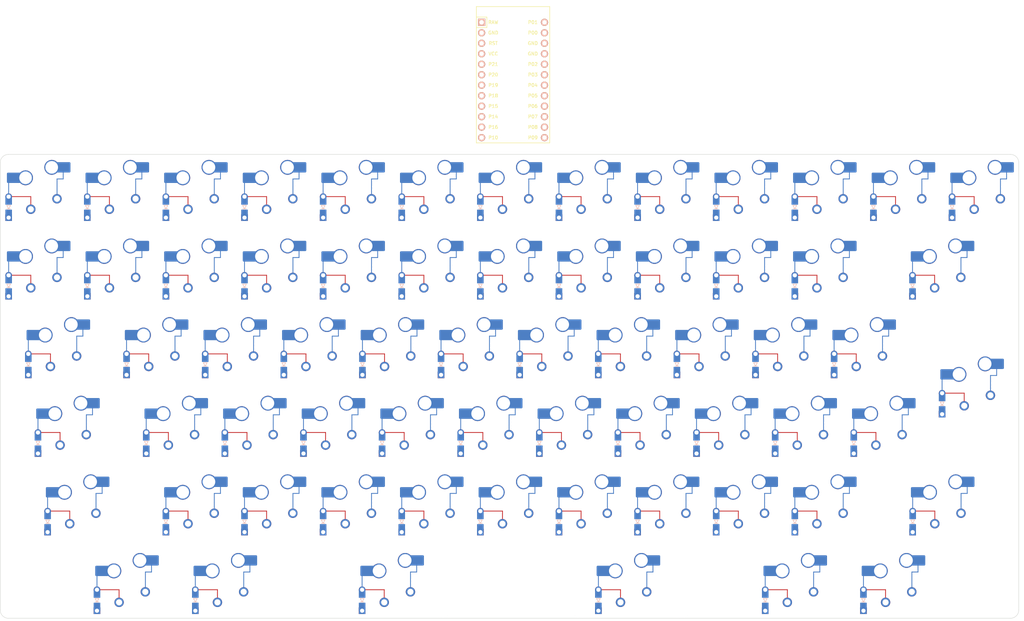
<source format=kicad_pcb>
(kicad_pcb (version 20220914) (generator pcbnew)
  (layers (0 "F.Cu" signal) (31 "B.Cu" signal) (34 "B.Paste" user) (35 "F.Paste" user) (36 "B.SilkS" user "B.Silkscreen") (37 "F.SilkS" user "F.Silkscreen") (38 "B.Mask" user) (39 "F.Mask" user) (44 "Edge.Cuts" user))
  (net 0 "")
  (net 1 "col1")
  (net 2 "row1")
  (net 3 "col2")
  (net 4 "col3")
  (net 5 "col4")
  (net 6 "col5")
  (net 7 "col6")
  (net 8 "col7")
  (net 9 "col8")
  (net 10 "col9")
  (net 11 "col10")
  (net 12 "col11")
  (net 13 "col12")
  (net 14 "col13")
  (net 15 "row2")
  (net 16 "row3")
  (net 17 "row4")
  (net 18 "row5")
  (net 19 "row6")
  (footprint "customs:MX_solder-hotswap-flippedPins" (layer "F.Cu") (at 523.328755 314.64)
    (fp_text reference "SW4" hide)
    (fp_text value "SW_Diode" hide)
  )
  (footprint "customs:MX_solder-hotswap-flippedPins" (layer "F.Cu") (at 485.228755 314.64)
    (fp_text reference "SW2" hide)
    (fp_text value "SW_Diode" hide)
  )
  (footprint "customs:MX_solder-hotswap-flippedPins" (layer "F.Cu") (at 694.778755 314.64)
    (fp_text reference "SW13" hide)
    (fp_text value "SW_Diode" hide)
  )
  (footprint "customs:MX_solder-hotswap-flippedPins" (layer "F.Cu") (at 613.816255 371.79)
    (fp_text reference "SW42" hide)
    (fp_text value "SW_Diode" hide)
  )
  (footprint "customs:MX_solder-hotswap-flippedPins" (layer "F.Cu") (at 656.678755 390.84)
    (fp_text reference "SW71" hide)
    (fp_text value "SW_Diode" hide)
  )
  (footprint "customs:MX_solder-hotswap-flippedPins" (layer "F.Cu") (at 570.953755 352.74)
    (fp_text reference "SW37" hide)
    (fp_text value "SW_Diode" hide)
  )
  (footprint "customs:MX_solder-hotswap-flippedPins" (layer "F.Cu") (at 656.678755 333.69)
    (fp_text reference "SW24" hide)
    (fp_text value "SW_Diode" hide)
  )
  (footprint "customs:MX_solder-hotswap-flippedPins" (layer "F.Cu") (at 561.428755 333.69)
    (fp_text reference "SW19" hide)
    (fp_text value "SW_Diode" hide)
  )
  (footprint "customs:Stabilizer_Cherry_MX_2.00u" (layer "F.Cu") (at 551.828755 409.89 180)
    (fp_text reference "stab5" hide)
    (fp_text value "Stabilizer_Cherry_MX_2.00u" hide)
  )
  (footprint "customs:MX_solder-hotswap-flippedPins" (layer "F.Cu") (at 609.053755 352.74)
    (fp_text reference "SW41" hide)
    (fp_text value "SW_Diode" hide)
  )
  (footprint "customs:MX_solder-hotswap-flippedPins" (layer "F.Cu") (at 542.378755 314.64)
    (fp_text reference "SW5" hide)
    (fp_text value "SW_Diode" hide)
  )
  (footprint "customs:MX_solder-hotswap-flippedPins" (layer "F.Cu") (at 670.966255 371.79)
    (fp_text reference "SW48" hide)
    (fp_text value "SW_Diode" hide)
  )
  (footprint "customs:MX_solder-hotswap-flippedPins" (layer "F.Cu") (at 637.628755 314.64)
    (fp_text reference "SW10" hide)
    (fp_text value "SW_Diode" hide)
  )
  (footprint "customs:Stabilizer_Cherry_MX_2.00u" (layer "F.Cu") (at 475.618755 390.84)
    (fp_text reference "stab6" hide)
    (fp_text value "Stabilizer_Cherry_MX_2.00u" hide)
  )
  (footprint "customs:MX_solder-hotswap-flippedPins" (layer "F.Cu") (at 487.578755 409.89)
    (fp_text reference "SW54" hide)
    (fp_text value "SW_Diode" hide)
  )
  (footprint "customs:MX_solder-hotswap-flippedPins" (layer "F.Cu") (at 647.153755 352.74)
    (fp_text reference "SW45" hide)
    (fp_text value "SW_Diode" hide)
  )
  (footprint "customs:MX_solder-hotswap-flippedPins" (layer "F.Cu") (at 692.368755 362.265)
    (fp_text reference "SW49" hide)
    (fp_text value "SW_Diode" hide)
  )
  (footprint "customs:MX_solder-hotswap-flippedPins" (layer "F.Cu") (at 551.903755 352.74)
    (fp_text reference "SW35" hide)
    (fp_text value "SW_Diode" hide)
  )
  (footprint "customs:MX_solder-hotswap-flippedPins" (layer "F.Cu") (at 599.528755 314.64)
    (fp_text reference "SW8" hide)
    (fp_text value "SW_Diode" hide)
  )
  (footprint "customs:MX_solder-hotswap-flippedPins" (layer "F.Cu") (at 466.178755 333.69)
    (fp_text reference "SW14" hide)
    (fp_text value "SW_Diode" hide)
  )
  (footprint "customs:MX_solder-hotswap-flippedPins" (layer "F.Cu") (at 561.428755 390.84)
    (fp_text reference "SW61" hide)
    (fp_text value "SW_Diode" hide)
  )
  (footprint "customs:Stabilizer_Cherry_MX_2.00u" (layer "F.Cu") (at 609.078755 409.89 180)
    (fp_text reference "stab4" hide)
    (fp_text value "Stabilizer_Cherry_MX_2.00u" hide)
  )
  (footprint "customs:MX_solder-hotswap-flippedPins" (layer "F.Cu") (at 542.378755 333.69)
    (fp_text reference "SW18" hide)
    (fp_text value "SW_Diode" hide)
  )
  (footprint "customs:ProMicro" (layer "F.Cu") (at 580.5 288.392 -90)
    (fp_text reference "MCU1" hide)
    (fp_text value "" hide)
  )
  (footprint "customs:MX_solder-hotswap-flippedPins" (layer "F.Cu") (at 532.853755 352.74)
    (fp_text reference "SW33" hide)
    (fp_text value "SW_Diode" hide)
  )
  (footprint "customs:MX_solder-hotswap-flippedPins" (layer "F.Cu") (at 580.478755 390.84)
    (fp_text reference "SW63" hide)
    (fp_text value "SW_Diode" hide)
  )
  (footprint "customs:MX_solder-hotswap-flippedPins" (layer "F.Cu") (at 523.328755 333.69)
    (fp_text reference "SW17" hide)
    (fp_text value "SW_Diode" hide)
  )
  (footprint "customs:MX_solder-hotswap-flippedPins" (layer "F.Cu") (at 628.103755 352.74)
    (fp_text reference "SW43" hide)
    (fp_text value "SW_Diode" hide)
  )
  (footprint "customs:MX_solder-hotswap-flippedPins" (layer "F.Cu") (at 511.408755 409.89)
    (fp_text reference "SW56" hide)
    (fp_text value "SW_Diode" hide)
  )
  (footprint "customs:MX_solder-hotswap-flippedPins" (layer "F.Cu") (at 523.328755 390.84)
    (fp_text reference "SW57" hide)
    (fp_text value "SW_Diode" hide)
  )
  (footprint "customs:MX_solder-hotswap-flippedPins" (layer "F.Cu") (at 649.508755 409.89)
    (fp_text reference "SW72" hide)
    (fp_text value "SW_Diode" hide)
  )
  (footprint "customs:MX_solder-hotswap-flippedPins" (layer "F.Cu") (at 473.278755 371.79)
    (fp_text reference "SW28" hide)
    (fp_text value "SW_Diode" hide)
  )
  (footprint "customs:Stabilizer_Cherry_MX_2.00u" (layer "F.Cu") (at 685.238755 333.69)
    (fp_text reference "stab1" hide)
    (fp_text value "Stabilizer_Cherry_MX_2.00u" hide)
  )
  (footprint "customs:MX_solder-hotswap-flippedPins" (layer "F.Cu") (at 575.716255 371.79)
    (fp_text reference "SW38" hide)
    (fp_text value "SW_Diode" hide)
  )
  (footprint "customs:MX_solder-hotswap-flippedPins" (layer "F.Cu") (at 494.753755 352.74)
    (fp_text reference "SW29" hide)
    (fp_text value "SW_Diode" hide)
  )
  (footprint "customs:MX_solder-hotswap-flippedPins" (layer "F.Cu") (at 590.003755 352.74)
    (fp_text reference "SW39" hide)
    (fp_text value "SW_Diode" hide)
  )
  (footprint "customs:MX_solder-hotswap-flippedPins" (layer "F.Cu") (at 580.478755 314.64)
    (fp_text reference "SW7" hide)
    (fp_text value "SW_Diode" hide)
  )
  (footprint "customs:MX_solder-hotswap-flippedPins" (layer "F.Cu") (at 666.203755 352.74)
    (fp_text reference "SW47" hide)
    (fp_text value "SW_Diode" hide)
  )
  (footprint "customs:MX_solder-hotswap-flippedPins" (layer "F.Cu") (at 556.666255 371.79)
    (fp_text reference "SW36" hide)
    (fp_text value "SW_Diode" hide)
  )
  (footprint "customs:MX_solder-hotswap-flippedPins" (layer "F.Cu") (at 594.766255 371.79)
    (fp_text reference "SW40" hide)
    (fp_text value "SW_Diode" hide)
  )
  (footprint "customs:MX_solder-hotswap-flippedPins" (layer "F.Cu") (at 685.238755 390.84)
    (fp_text reference "SW73" hide)
    (fp_text value "SW_Diode" hide)
  )
  (footprint "customs:MX_solder-hotswap-flippedPins" (layer "F.Cu") (at 542.378755 390.84)
    (fp_text reference "SW59" hide)
    (fp_text value "SW_Diode" hide)
  )
  (footprint "customs:MX_solder-hotswap-flippedPins" (layer "F.Cu") (at 673.308755 409.89)
    (fp_text reference "SW74" hide)
    (fp_text value "SW_Diode" hide)
  )
  (footprint "customs:MX_solder-hotswap-flippedPins" (layer "F.Cu") (at 637.628755 333.69)
    (fp_text reference "SW23" hide)
    (fp_text value "SW_Diode" hide)
  )
  (footprint "customs:MX_solder-hotswap-flippedPins" (layer "F.Cu") (at 599.528755 390.84)
    (fp_text reference "SW65" hide)
    (fp_text value "SW_Diode" hide)
  )
  (footprint "customs:MX_solder-hotswap-flippedPins" (layer "F.Cu") (at 637.628755 390.84)
    (fp_text reference "SW69" hide)
    (fp_text value "SW_Diode" hide)
  )
  (footprint "customs:MX_solder-hotswap-flippedPins" (layer "F.Cu") (at 675.728755 314.64)
    (fp_text reference "SW12" hide)
    (fp_text value "SW_Diode" hide)
  )
  (footprint "customs:MX_solder-hotswap-flippedPins" (layer "F.Cu") (at 504.278755 314.64)
    (fp_text reference "SW3" hide)
    (fp_text value "SW_Diode" hide)
  )
  (footprint "customs:MX_solder-hotswap-flippedPins" (layer "F.Cu") (at 551.828755 409.89)
    (fp_text reference "SW62" hide)
    (fp_text value "SW_Diode" hide)
  )
  (footprint "customs:MX_solder-hotswap-flippedPins" (layer "F.Cu") (at 470.941255 352.74)
    (fp_text reference "SW27" hide)
    (fp_text value "SW_Diode" hide)
  )
  (footprint "customs:MX_solder-hotswap-flippedPins" (layer "F.Cu") (at 561.428755 314.64)
    (fp_text reference "SW6" hide)
    (fp_text value "SW_Diode" hide)
  )
  (footprint "customs:MX_solder-hotswap-flippedPins" (layer "F.Cu") (at 475.618755 390.84)
    (fp_text reference "SW53" hide)
    (fp_text value "SW_Diode" hide)
  )
  (footprint "customs:MX_solder-hotswap-flippedPins" (layer "F.Cu") (at 518.566255 371.79)
    (fp_text reference "SW32" hide)
    (fp_text value "SW_Diode" hide)
  )
  (footprint "customs:MX_solder-hotswap-flippedPins" (layer "F.Cu") (at 485.24 333.69)
    (fp_text reference "SW15" hide)
    (fp_text value "SW_Diode" hide)
  )
  (footprint "customs:MX_solder-hotswap-flippedPins" (layer "F.Cu") (at 685.198755 333.69)
    (fp_text reference "SW25" hide)
    (fp_text value "SW_Diode" hide)
  )
  (footprint "customs:Stabilizer_Cherry_MX_2.00u" (layer "F.Cu") (at 685.238755 390.84)
    (fp_text reference "stab3" hide)
    (fp_text value "Stabilizer_Cherry_MX_2.00u" hide)
  )
  (footprint "customs:MX_solder-hotswap-flippedPins" (layer "F.Cu") (at 499.516255 371.79)
    (fp_text reference "SW30" hide)
    (fp_text value "SW_Diode" hide)
  )
  (footprint "customs:Stabilizer_Cherry_MX_2.00u" (layer "F.Cu") (at 692.368755 362.265 -90)
    (fp_text reference "stab2" hide)
    (fp_text value "Stabilizer_Cherry_MX_2.00u" hide)
  )
  (footprint "customs:MX_solder-hotswap-flippedPins" (layer "F.Cu") (at 580.478755 333.69)
    (fp_text reference "SW20" hide)
    (fp_text value "SW_Diode" hide)
  )
  (footprint "customs:MX_solder-hotswap-flippedPins" (layer "F.Cu") (at 632.866255 371.79)
    (fp_text reference "SW44" hide)
    (fp_text value "SW_Diode" hide)
  )
  (footprint "customs:MX_solder-hotswap-flippedPins" (layer "F.Cu") (at 513.803755 352.74)
    (fp_text reference "SW31" hide)
    (fp_text value "SW_Diode" hide)
  )
  (footprint "customs:MX_solder-hotswap-flippedPins" (layer "F.Cu") (at 599.528755 333.69)
    (fp_text reference "SW21" hide)
    (fp_text value "SW_Diode" hide)
  )
  (footprint "customs:MX_solder-hotswap-flippedPins" (layer "F.Cu") (at 618.578755 314.64)
    (fp_text reference "SW9" hide)
    (fp_text value "SW_Diode" hide)
  )
  (footprint "customs:MX_solder-hotswap-flippedPins" (layer "F.Cu") (at 504.278755 333.69)
    (fp_text reference "SW16" hide)
    (fp_text value "SW_Diode" hide)
  )
  (footprint "customs:MX_solder-hotswap-flippedPins" (layer "F.Cu") (at 466.178755 314.64)
    (fp_text reference "SW1" hide)
    (fp_text value "SW_Diode" hide)
  )
  (footprint "customs:MX_solder-hotswap-flippedPins" (layer "F.Cu") (at 656.678755 314.64)
    (fp_text reference "SW11" hide)
    (fp_text value "SW_Diode" hide)
  )
  (footprint "customs:MX_solder-hotswap-flippedPins" (layer "F.Cu") (at 618.578755 390.84)
    (fp_text reference "SW67" hide)
    (fp_text value "SW_Diode" hide)
  )
  (footprint "customs:MX_solder-hotswap-flippedPins" (layer "F.Cu") (at 504.278755 390.84)
    (fp_text reference "SW55" hide)
    (fp_text value "SW_Diode" hide)
  )
  (footprint "customs:MX_solder-hotswap-flippedPins" (layer "F.Cu") (at 609.078755 409.89)
    (fp_text reference "SW68" hide)
    (fp_text value "SW_Diode" hide)
  )
  (footprint "customs:MX_solder-hotswap-flippedPins" (layer "F.Cu") (at 537.616255 371.79)
    (fp_text reference "SW34" hide)
    (fp_text value "SW_Diode" hide)
  )
  (footprint "customs:MX_solder-hotswap-flippedPins" (layer "F.Cu") (at 618.578755 333.69)
    (fp_text reference "SW22" hide)
    (fp_text value "SW_Diode" hide)
  )
  (footprint "customs:MX_solder-hotswap-flippedPins" (layer "F.Cu") (at 651.916255 371.79)
    (fp_text reference "SW46" hide)
    (fp_text value "SW_Diode" hide)
  )
  (gr_line (start 701.039901 418.83) (end 458.230099 418.83) (stroke (width 0.1)) (layer "Edge.Cuts"))
  (gr_arc (start 703.04 416.829901) (mid 702.454185 418.244185) (end 701.039901 418.83) (stroke (width 0.1)) (layer "Edge.Cuts"))
  (gr_arc (start 456.23 308.430099) (mid 456.815815 307.015815) (end 458.230099 306.43) (stroke (width 0.1)) (layer "Edge.Cuts"))
  (gr_arc (start 458.230099 418.83) (mid 456.815815 418.244185) (end 456.23 416.829901) (stroke (width 0.1)) (layer "Edge.Cuts"))
  (gr_arc (start 701.039901 306.43) (mid 702.454185 307.015815) (end 703.04 308.430099) (stroke (width 0.1)) (layer "Edge.Cuts"))
  (gr_line (start 456.23 308.430099) (end 456.23 416.829901) (stroke (width 0.1)) (layer "Edge.Cuts"))
  (gr_line (start 458.230099 306.43) (end 701.039901 306.43) (stroke (width 0.1)) (layer "Edge.Cuts"))
  (gr_line (start 703.04 308.430099) (end 703.04 416.829901) (stroke (width 0.1)) (layer "Edge.Cuts"))
)
</source>
